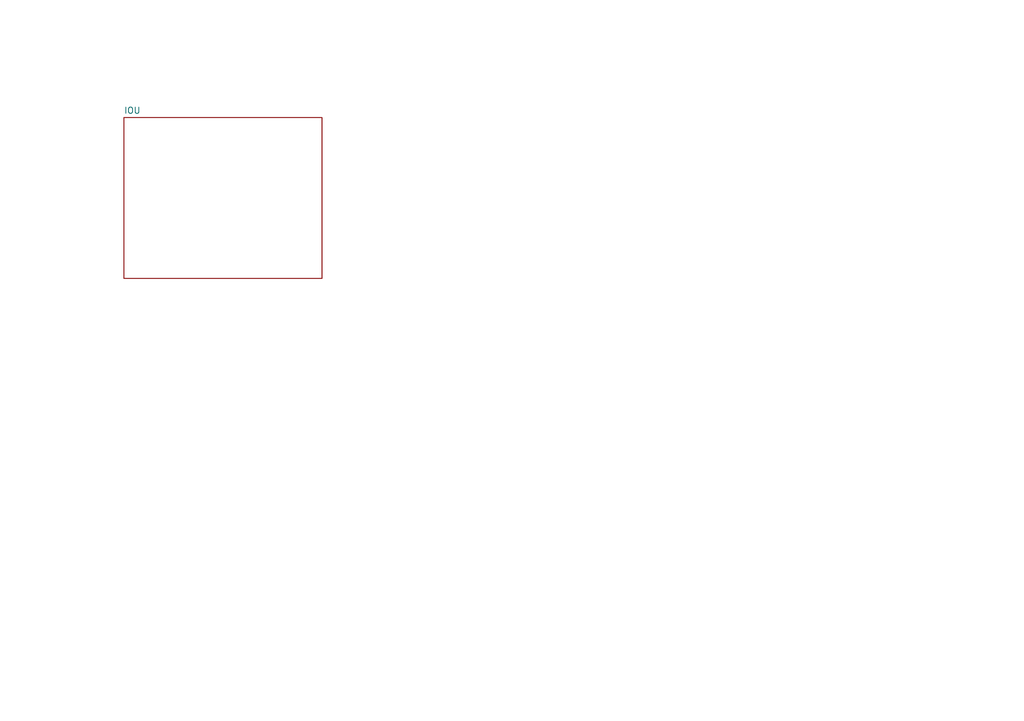
<source format=kicad_sch>
(kicad_sch
	(version 20231120)
	(generator "eeschema")
	(generator_version "8.0")
	(uuid "55069440-6249-4c38-b942-beed3e8959d4")
	(paper "A5")
	(title_block
		(title "Apple IIe IOU Replacement")
		(date "2024-12-10")
		(rev "0.90")
		(company "Frozen Signal")
	)
	(lib_symbols)
	(sheet
		(at 25.4 24.13)
		(size 40.64 33.02)
		(fields_autoplaced yes)
		(stroke
			(width 0.1524)
			(type solid)
		)
		(fill
			(color 0 0 0 0.0000)
		)
		(uuid "bb58d5d7-bdcb-43fe-8609-a447d85cbde6")
		(property "Sheetname" "IOU"
			(at 25.4 23.4184 0)
			(effects
				(font
					(size 1.27 1.27)
				)
				(justify left bottom)
			)
		)
		(property "Sheetfile" "iou.kicad_sch"
			(at 25.4 57.7346 0)
			(effects
				(font
					(size 1.27 1.27)
				)
				(justify left top)
				(hide yes)
			)
		)
		(instances
			(project "IOU_3V3"
				(path "/55069440-6249-4c38-b942-beed3e8959d4"
					(page "2")
				)
			)
		)
	)
	(sheet_instances
		(path "/"
			(page "1")
		)
	)
)

</source>
